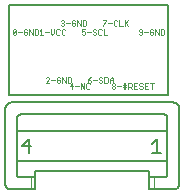
<source format=gto>
G75*
%MOIN*%
%OFA0B0*%
%FSLAX25Y25*%
%IPPOS*%
%LPD*%
%AMOC8*
5,1,8,0,0,1.08239X$1,22.5*
%
%ADD10C,0.00600*%
%ADD11C,0.00200*%
%ADD12C,0.00500*%
D10*
X0006332Y0012200D02*
X0012832Y0012200D01*
X0014332Y0012200D01*
X0014332Y0016200D01*
X0014332Y0018200D01*
X0052332Y0018200D01*
X0052332Y0016200D01*
X0052332Y0012200D01*
X0053832Y0012200D01*
X0060332Y0012200D01*
X0060419Y0012202D01*
X0060506Y0012208D01*
X0060593Y0012217D01*
X0060679Y0012230D01*
X0060765Y0012247D01*
X0060850Y0012268D01*
X0060933Y0012293D01*
X0061016Y0012321D01*
X0061097Y0012352D01*
X0061177Y0012387D01*
X0061255Y0012426D01*
X0061332Y0012468D01*
X0061407Y0012513D01*
X0061479Y0012562D01*
X0061550Y0012613D01*
X0061618Y0012668D01*
X0061683Y0012725D01*
X0061746Y0012786D01*
X0061807Y0012849D01*
X0061864Y0012914D01*
X0061919Y0012982D01*
X0061970Y0013053D01*
X0062019Y0013125D01*
X0062064Y0013200D01*
X0062106Y0013277D01*
X0062145Y0013355D01*
X0062180Y0013435D01*
X0062211Y0013516D01*
X0062239Y0013599D01*
X0062264Y0013682D01*
X0062285Y0013767D01*
X0062302Y0013853D01*
X0062315Y0013939D01*
X0062324Y0014026D01*
X0062330Y0014113D01*
X0062332Y0014200D01*
X0062332Y0039200D01*
X0062330Y0039287D01*
X0062324Y0039374D01*
X0062315Y0039461D01*
X0062302Y0039547D01*
X0062285Y0039633D01*
X0062264Y0039718D01*
X0062239Y0039801D01*
X0062211Y0039884D01*
X0062180Y0039965D01*
X0062145Y0040045D01*
X0062106Y0040123D01*
X0062064Y0040200D01*
X0062019Y0040275D01*
X0061970Y0040347D01*
X0061919Y0040418D01*
X0061864Y0040486D01*
X0061807Y0040551D01*
X0061746Y0040614D01*
X0061683Y0040675D01*
X0061618Y0040732D01*
X0061550Y0040787D01*
X0061479Y0040838D01*
X0061407Y0040887D01*
X0061332Y0040932D01*
X0061255Y0040974D01*
X0061177Y0041013D01*
X0061097Y0041048D01*
X0061016Y0041079D01*
X0060933Y0041107D01*
X0060850Y0041132D01*
X0060765Y0041153D01*
X0060679Y0041170D01*
X0060593Y0041183D01*
X0060506Y0041192D01*
X0060419Y0041198D01*
X0060332Y0041200D01*
X0006332Y0041200D01*
X0006245Y0041198D01*
X0006158Y0041192D01*
X0006071Y0041183D01*
X0005985Y0041170D01*
X0005899Y0041153D01*
X0005814Y0041132D01*
X0005731Y0041107D01*
X0005648Y0041079D01*
X0005567Y0041048D01*
X0005487Y0041013D01*
X0005409Y0040974D01*
X0005332Y0040932D01*
X0005257Y0040887D01*
X0005185Y0040838D01*
X0005114Y0040787D01*
X0005046Y0040732D01*
X0004981Y0040675D01*
X0004918Y0040614D01*
X0004857Y0040551D01*
X0004800Y0040486D01*
X0004745Y0040418D01*
X0004694Y0040347D01*
X0004645Y0040275D01*
X0004600Y0040200D01*
X0004558Y0040123D01*
X0004519Y0040045D01*
X0004484Y0039965D01*
X0004453Y0039884D01*
X0004425Y0039801D01*
X0004400Y0039718D01*
X0004379Y0039633D01*
X0004362Y0039547D01*
X0004349Y0039461D01*
X0004340Y0039374D01*
X0004334Y0039287D01*
X0004332Y0039200D01*
X0004332Y0014200D01*
X0004334Y0014113D01*
X0004340Y0014026D01*
X0004349Y0013939D01*
X0004362Y0013853D01*
X0004379Y0013767D01*
X0004400Y0013682D01*
X0004425Y0013599D01*
X0004453Y0013516D01*
X0004484Y0013435D01*
X0004519Y0013355D01*
X0004558Y0013277D01*
X0004600Y0013200D01*
X0004645Y0013125D01*
X0004694Y0013053D01*
X0004745Y0012982D01*
X0004800Y0012914D01*
X0004857Y0012849D01*
X0004918Y0012786D01*
X0004981Y0012725D01*
X0005046Y0012668D01*
X0005114Y0012613D01*
X0005185Y0012562D01*
X0005257Y0012513D01*
X0005332Y0012468D01*
X0005409Y0012426D01*
X0005487Y0012387D01*
X0005567Y0012352D01*
X0005648Y0012321D01*
X0005731Y0012293D01*
X0005814Y0012268D01*
X0005899Y0012247D01*
X0005985Y0012230D01*
X0006071Y0012217D01*
X0006158Y0012208D01*
X0006245Y0012202D01*
X0006332Y0012200D01*
X0009332Y0016200D02*
X0012832Y0016200D01*
X0014332Y0016200D01*
X0009332Y0016200D02*
X0009272Y0016202D01*
X0009211Y0016207D01*
X0009152Y0016216D01*
X0009093Y0016229D01*
X0009034Y0016245D01*
X0008977Y0016265D01*
X0008922Y0016288D01*
X0008867Y0016315D01*
X0008815Y0016344D01*
X0008764Y0016377D01*
X0008715Y0016413D01*
X0008669Y0016451D01*
X0008625Y0016493D01*
X0008583Y0016537D01*
X0008545Y0016583D01*
X0008509Y0016632D01*
X0008476Y0016683D01*
X0008447Y0016735D01*
X0008420Y0016790D01*
X0008397Y0016845D01*
X0008377Y0016902D01*
X0008361Y0016961D01*
X0008348Y0017020D01*
X0008339Y0017079D01*
X0008334Y0017140D01*
X0008332Y0017200D01*
X0008332Y0021700D01*
X0008332Y0031700D01*
X0008332Y0036200D01*
X0008334Y0036260D01*
X0008339Y0036321D01*
X0008348Y0036380D01*
X0008361Y0036439D01*
X0008377Y0036498D01*
X0008397Y0036555D01*
X0008420Y0036610D01*
X0008447Y0036665D01*
X0008476Y0036717D01*
X0008509Y0036768D01*
X0008545Y0036817D01*
X0008583Y0036863D01*
X0008625Y0036907D01*
X0008669Y0036949D01*
X0008715Y0036987D01*
X0008764Y0037023D01*
X0008815Y0037056D01*
X0008867Y0037085D01*
X0008922Y0037112D01*
X0008977Y0037135D01*
X0009034Y0037155D01*
X0009093Y0037171D01*
X0009152Y0037184D01*
X0009211Y0037193D01*
X0009272Y0037198D01*
X0009332Y0037200D01*
X0057332Y0037200D01*
X0057392Y0037198D01*
X0057453Y0037193D01*
X0057512Y0037184D01*
X0057571Y0037171D01*
X0057630Y0037155D01*
X0057687Y0037135D01*
X0057742Y0037112D01*
X0057797Y0037085D01*
X0057849Y0037056D01*
X0057900Y0037023D01*
X0057949Y0036987D01*
X0057995Y0036949D01*
X0058039Y0036907D01*
X0058081Y0036863D01*
X0058119Y0036817D01*
X0058155Y0036768D01*
X0058188Y0036717D01*
X0058217Y0036665D01*
X0058244Y0036610D01*
X0058267Y0036555D01*
X0058287Y0036498D01*
X0058303Y0036439D01*
X0058316Y0036380D01*
X0058325Y0036321D01*
X0058330Y0036260D01*
X0058332Y0036200D01*
X0058332Y0031700D01*
X0058332Y0021700D01*
X0058332Y0017200D01*
X0058330Y0017140D01*
X0058325Y0017079D01*
X0058316Y0017020D01*
X0058303Y0016961D01*
X0058287Y0016902D01*
X0058267Y0016845D01*
X0058244Y0016790D01*
X0058217Y0016735D01*
X0058188Y0016683D01*
X0058155Y0016632D01*
X0058119Y0016583D01*
X0058081Y0016537D01*
X0058039Y0016493D01*
X0057995Y0016451D01*
X0057949Y0016413D01*
X0057900Y0016377D01*
X0057849Y0016344D01*
X0057797Y0016315D01*
X0057742Y0016288D01*
X0057687Y0016265D01*
X0057630Y0016245D01*
X0057571Y0016229D01*
X0057512Y0016216D01*
X0057453Y0016207D01*
X0057392Y0016202D01*
X0057332Y0016200D01*
X0053832Y0016200D01*
X0052332Y0016200D01*
X0058332Y0021700D02*
X0008332Y0021700D01*
X0008332Y0031700D02*
X0058332Y0031700D01*
D11*
X0053258Y0045800D02*
X0053258Y0047602D01*
X0052658Y0047602D02*
X0053859Y0047602D01*
X0052017Y0047602D02*
X0050816Y0047602D01*
X0050816Y0045800D01*
X0052017Y0045800D01*
X0051417Y0046701D02*
X0050816Y0046701D01*
X0050176Y0046401D02*
X0050176Y0046100D01*
X0049875Y0045800D01*
X0049275Y0045800D01*
X0048975Y0046100D01*
X0049275Y0046701D02*
X0048975Y0047001D01*
X0048975Y0047301D01*
X0049275Y0047602D01*
X0049875Y0047602D01*
X0050176Y0047301D01*
X0049875Y0046701D02*
X0050176Y0046401D01*
X0049875Y0046701D02*
X0049275Y0046701D01*
X0048334Y0047602D02*
X0047133Y0047602D01*
X0047133Y0045800D01*
X0048334Y0045800D01*
X0047733Y0046701D02*
X0047133Y0046701D01*
X0046492Y0046701D02*
X0046192Y0046401D01*
X0045291Y0046401D01*
X0045892Y0046401D02*
X0046492Y0045800D01*
X0046492Y0046701D02*
X0046492Y0047301D01*
X0046192Y0047602D01*
X0045291Y0047602D01*
X0045291Y0045800D01*
X0044651Y0046401D02*
X0043450Y0046401D01*
X0043450Y0047001D02*
X0044351Y0047001D01*
X0044651Y0047001D01*
X0044351Y0047602D02*
X0044351Y0045800D01*
X0043750Y0045800D02*
X0043750Y0047602D01*
X0042809Y0046701D02*
X0041608Y0046701D01*
X0040968Y0047001D02*
X0040667Y0046701D01*
X0040067Y0046701D01*
X0039767Y0047001D01*
X0039767Y0047301D01*
X0040067Y0047602D01*
X0040667Y0047602D01*
X0040968Y0047301D01*
X0040968Y0047001D01*
X0040667Y0046701D02*
X0040968Y0046401D01*
X0040968Y0046100D01*
X0040667Y0045800D01*
X0040067Y0045800D01*
X0039767Y0046100D01*
X0039767Y0046401D01*
X0040067Y0046701D01*
X0040334Y0047800D02*
X0040334Y0049001D01*
X0039733Y0049602D01*
X0039133Y0049001D01*
X0039133Y0047800D01*
X0038492Y0048100D02*
X0038492Y0049301D01*
X0038192Y0049602D01*
X0037291Y0049602D01*
X0037291Y0047800D01*
X0038192Y0047800D01*
X0038492Y0048100D01*
X0039133Y0048701D02*
X0040334Y0048701D01*
X0036651Y0048401D02*
X0036651Y0048100D01*
X0036351Y0047800D01*
X0035750Y0047800D01*
X0035450Y0048100D01*
X0035750Y0048701D02*
X0036351Y0048701D01*
X0036651Y0048401D01*
X0035750Y0048701D02*
X0035450Y0049001D01*
X0035450Y0049301D01*
X0035750Y0049602D01*
X0036351Y0049602D01*
X0036651Y0049301D01*
X0034809Y0048701D02*
X0033608Y0048701D01*
X0032968Y0048401D02*
X0032667Y0048701D01*
X0031767Y0048701D01*
X0031767Y0048100D01*
X0032067Y0047800D01*
X0032667Y0047800D01*
X0032968Y0048100D01*
X0032968Y0048401D01*
X0032192Y0047602D02*
X0031592Y0047602D01*
X0031291Y0047301D01*
X0031291Y0046100D01*
X0031592Y0045800D01*
X0032192Y0045800D01*
X0032492Y0046100D01*
X0032492Y0047301D02*
X0032192Y0047602D01*
X0031767Y0048701D02*
X0032367Y0049301D01*
X0032968Y0049602D01*
X0030651Y0047602D02*
X0030651Y0045800D01*
X0029450Y0047602D01*
X0029450Y0045800D01*
X0028809Y0046701D02*
X0027608Y0046701D01*
X0026968Y0046701D02*
X0025767Y0046701D01*
X0026667Y0047602D01*
X0026667Y0045800D01*
X0026034Y0047800D02*
X0025133Y0047800D01*
X0025133Y0049602D01*
X0026034Y0049602D01*
X0026334Y0049301D01*
X0026334Y0048100D01*
X0026034Y0047800D01*
X0024492Y0047800D02*
X0024492Y0049602D01*
X0023291Y0049602D02*
X0023291Y0047800D01*
X0022651Y0048100D02*
X0022651Y0048701D01*
X0022050Y0048701D01*
X0021450Y0049301D02*
X0021450Y0048100D01*
X0021750Y0047800D01*
X0022351Y0047800D01*
X0022651Y0048100D01*
X0022651Y0049301D02*
X0022351Y0049602D01*
X0021750Y0049602D01*
X0021450Y0049301D01*
X0020809Y0048701D02*
X0019608Y0048701D01*
X0018968Y0049001D02*
X0018968Y0049301D01*
X0018667Y0049602D01*
X0018067Y0049602D01*
X0017767Y0049301D01*
X0018968Y0049001D02*
X0017767Y0047800D01*
X0018968Y0047800D01*
X0023291Y0049602D02*
X0024492Y0047800D01*
X0024034Y0063800D02*
X0023433Y0063800D01*
X0023133Y0064100D01*
X0023133Y0065301D01*
X0023433Y0065602D01*
X0024034Y0065602D01*
X0024334Y0065301D01*
X0024334Y0064100D02*
X0024034Y0063800D01*
X0022492Y0064100D02*
X0022192Y0063800D01*
X0021592Y0063800D01*
X0021291Y0064100D01*
X0021291Y0065301D01*
X0021592Y0065602D01*
X0022192Y0065602D01*
X0022492Y0065301D01*
X0023067Y0066800D02*
X0022767Y0067100D01*
X0023067Y0066800D02*
X0023667Y0066800D01*
X0023968Y0067100D01*
X0023968Y0067401D01*
X0023667Y0067701D01*
X0023367Y0067701D01*
X0023667Y0067701D02*
X0023968Y0068001D01*
X0023968Y0068301D01*
X0023667Y0068602D01*
X0023067Y0068602D01*
X0022767Y0068301D01*
X0024608Y0067701D02*
X0025809Y0067701D01*
X0026450Y0068301D02*
X0026450Y0067100D01*
X0026750Y0066800D01*
X0027351Y0066800D01*
X0027651Y0067100D01*
X0027651Y0067701D01*
X0027050Y0067701D01*
X0026450Y0068301D02*
X0026750Y0068602D01*
X0027351Y0068602D01*
X0027651Y0068301D01*
X0028291Y0068602D02*
X0029492Y0066800D01*
X0029492Y0068602D01*
X0030133Y0068602D02*
X0031034Y0068602D01*
X0031334Y0068301D01*
X0031334Y0067100D01*
X0031034Y0066800D01*
X0030133Y0066800D01*
X0030133Y0068602D01*
X0028291Y0068602D02*
X0028291Y0066800D01*
X0029767Y0065602D02*
X0029767Y0064701D01*
X0030367Y0065001D01*
X0030667Y0065001D01*
X0030968Y0064701D01*
X0030968Y0064100D01*
X0030667Y0063800D01*
X0030067Y0063800D01*
X0029767Y0064100D01*
X0029767Y0065602D02*
X0030968Y0065602D01*
X0031608Y0064701D02*
X0032809Y0064701D01*
X0033450Y0065001D02*
X0033450Y0065301D01*
X0033750Y0065602D01*
X0034351Y0065602D01*
X0034651Y0065301D01*
X0035291Y0065301D02*
X0035291Y0064100D01*
X0035592Y0063800D01*
X0036192Y0063800D01*
X0036492Y0064100D01*
X0037133Y0063800D02*
X0038334Y0063800D01*
X0037133Y0063800D02*
X0037133Y0065602D01*
X0036492Y0065301D02*
X0036192Y0065602D01*
X0035592Y0065602D01*
X0035291Y0065301D01*
X0034651Y0064401D02*
X0034651Y0064100D01*
X0034351Y0063800D01*
X0033750Y0063800D01*
X0033450Y0064100D01*
X0033750Y0064701D02*
X0034351Y0064701D01*
X0034651Y0064401D01*
X0033750Y0064701D02*
X0033450Y0065001D01*
X0036767Y0066800D02*
X0036767Y0067100D01*
X0037968Y0068301D01*
X0037968Y0068602D01*
X0036767Y0068602D01*
X0038608Y0067701D02*
X0039809Y0067701D01*
X0040450Y0068301D02*
X0040450Y0067100D01*
X0040750Y0066800D01*
X0041351Y0066800D01*
X0041651Y0067100D01*
X0042291Y0066800D02*
X0043492Y0066800D01*
X0044133Y0066800D02*
X0044133Y0068602D01*
X0044433Y0067701D02*
X0045334Y0066800D01*
X0044133Y0067401D02*
X0045334Y0068602D01*
X0042291Y0068602D02*
X0042291Y0066800D01*
X0041651Y0068301D02*
X0041351Y0068602D01*
X0040750Y0068602D01*
X0040450Y0068301D01*
X0048767Y0065301D02*
X0048767Y0065001D01*
X0049067Y0064701D01*
X0049968Y0064701D01*
X0049968Y0065301D02*
X0049667Y0065602D01*
X0049067Y0065602D01*
X0048767Y0065301D01*
X0049968Y0065301D02*
X0049968Y0064100D01*
X0049667Y0063800D01*
X0049067Y0063800D01*
X0048767Y0064100D01*
X0050608Y0064701D02*
X0051809Y0064701D01*
X0052450Y0065301D02*
X0052450Y0064100D01*
X0052750Y0063800D01*
X0053351Y0063800D01*
X0053651Y0064100D01*
X0053651Y0064701D01*
X0053050Y0064701D01*
X0052450Y0065301D02*
X0052750Y0065602D01*
X0053351Y0065602D01*
X0053651Y0065301D01*
X0054291Y0065602D02*
X0055492Y0063800D01*
X0055492Y0065602D01*
X0056133Y0065602D02*
X0057034Y0065602D01*
X0057334Y0065301D01*
X0057334Y0064100D01*
X0057034Y0063800D01*
X0056133Y0063800D01*
X0056133Y0065602D01*
X0054291Y0065602D02*
X0054291Y0063800D01*
X0020651Y0064401D02*
X0020651Y0065602D01*
X0019450Y0065602D02*
X0019450Y0064401D01*
X0020050Y0063800D01*
X0020651Y0064401D01*
X0018809Y0064701D02*
X0017608Y0064701D01*
X0016968Y0063800D02*
X0015767Y0063800D01*
X0015334Y0064100D02*
X0015334Y0065301D01*
X0015034Y0065602D01*
X0014133Y0065602D01*
X0014133Y0063800D01*
X0015034Y0063800D01*
X0015334Y0064100D01*
X0015767Y0065001D02*
X0016367Y0065602D01*
X0016367Y0063800D01*
X0013492Y0063800D02*
X0013492Y0065602D01*
X0012291Y0065602D02*
X0012291Y0063800D01*
X0011651Y0064100D02*
X0011651Y0064701D01*
X0011050Y0064701D01*
X0010450Y0065301D02*
X0010450Y0064100D01*
X0010750Y0063800D01*
X0011351Y0063800D01*
X0011651Y0064100D01*
X0011651Y0065301D02*
X0011351Y0065602D01*
X0010750Y0065602D01*
X0010450Y0065301D01*
X0009809Y0064701D02*
X0008608Y0064701D01*
X0007968Y0065301D02*
X0007968Y0064100D01*
X0007667Y0063800D01*
X0007067Y0063800D01*
X0006767Y0064100D01*
X0007968Y0065301D01*
X0007667Y0065602D01*
X0007067Y0065602D01*
X0006767Y0065301D01*
X0006767Y0064100D01*
X0012291Y0065602D02*
X0013492Y0063800D01*
X0012832Y0016200D02*
X0012832Y0012200D01*
X0053832Y0012200D02*
X0053832Y0016200D01*
D12*
X0053380Y0024450D02*
X0056383Y0024450D01*
X0054882Y0024450D02*
X0054882Y0028954D01*
X0053380Y0027453D01*
X0058667Y0043700D02*
X0005667Y0043700D01*
X0005667Y0073700D01*
X0058667Y0073700D01*
X0058667Y0043700D01*
X0012883Y0026702D02*
X0009880Y0026702D01*
X0012132Y0028954D01*
X0012132Y0024450D01*
M02*

</source>
